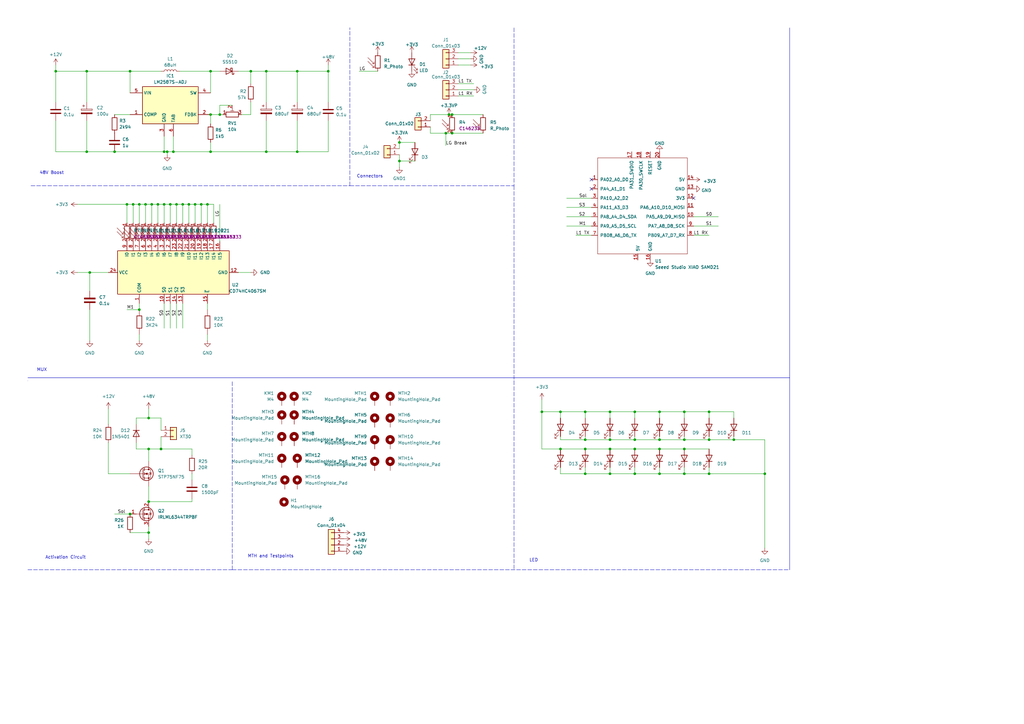
<source format=kicad_sch>
(kicad_sch (version 20230121) (generator eeschema)
  (paper "A3")
  (title_block (title "Layer 1") (date "2023-04-21") (rev "1") (company "Sentinels Robotics"))
  (junction (at 22.86 29.21))
  (junction (at 53.34 29.21))
  (junction (at 250.19 180.34))
  (junction (at 280.67 194.31))
  (junction (at 60.96 184.15))
  (junction (at 109.22 29.21))
  (junction (at 270.51 194.31))
  (junction (at 290.83 180.34))
  (junction (at 280.67 168.91))
  (junction (at 185.42 46.99))
  (junction (at 280.67 180.34))
  (junction (at 240.03 168.91))
  (junction (at 66.04 184.15))
  (junction (at 163.83 58.42))
  (junction (at 46.99 62.23))
  (junction (at 60.96 218.44))
  (junction (at 59.69 83.82))
  (junction (at 71.12 62.23))
  (junction (at 82.55 83.82))
  (junction (at 77.47 83.82))
  (junction (at 62.23 83.82))
  (junction (at 260.35 180.34))
  (junction (at 109.22 62.23))
  (junction (at 270.51 168.91))
  (junction (at 60.96 171.45))
  (junction (at 35.56 29.21))
  (junction (at 185.42 54.61))
  (junction (at 86.36 29.21))
  (junction (at 182.88 54.61))
  (junction (at 240.03 194.31))
  (junction (at 229.87 184.15))
  (junction (at 134.62 29.21))
  (junction (at 290.83 194.31))
  (junction (at 60.96 205.74))
  (junction (at 102.87 29.21))
  (junction (at 80.01 83.82))
  (junction (at 250.19 184.15))
  (junction (at 240.03 180.34))
  (junction (at 313.69 194.31))
  (junction (at 260.35 184.15))
  (junction (at 53.34 210.82))
  (junction (at 250.19 194.31))
  (junction (at 121.92 62.23))
  (junction (at 67.31 62.23))
  (junction (at 163.83 66.04))
  (junction (at 68.58 62.23))
  (junction (at 52.07 83.82))
  (junction (at 57.15 83.82))
  (junction (at 260.35 194.31))
  (junction (at 270.51 180.34))
  (junction (at 121.92 29.21))
  (junction (at 90.17 46.99))
  (junction (at 86.36 46.99))
  (junction (at 300.99 180.34))
  (junction (at 280.67 184.15))
  (junction (at 69.85 83.82))
  (junction (at 35.56 62.23))
  (junction (at 270.51 184.15))
  (junction (at 290.83 168.91))
  (junction (at 240.03 184.15))
  (junction (at 85.09 83.82))
  (junction (at 36.83 111.76))
  (junction (at 74.93 83.82))
  (junction (at 64.77 83.82))
  (junction (at 260.35 168.91))
  (junction (at 86.36 62.23))
  (junction (at 57.15 127))
  (junction (at 72.39 83.82))
  (junction (at 184.15 46.99))
  (junction (at 54.61 83.82))
  (junction (at 222.25 168.91))
  (junction (at 67.31 83.82))
  (junction (at 229.87 168.91))
  (junction (at 250.19 168.91))
  (no_connect (at 242.57 73.66))
  (no_connect (at 284.48 81.28))
  (no_connect (at 242.57 77.47))
  (wire (pts (xy 74.93 83.82) (xy 74.93 91.44)))
  (wire (pts (xy 53.34 29.21) (xy 66.04 29.21)))
  (wire (pts (xy 240.03 171.45) (xy 240.03 168.91)))
  (wire (pts (xy 85.09 83.82) (xy 85.09 91.44)))
  (wire (pts (xy 121.92 62.23) (xy 134.62 62.23)))
  (wire (pts (xy 242.57 92.71) (xy 232.41 92.71)))
  (wire (pts (xy 53.34 29.21) (xy 35.56 29.21)))
  (wire (pts (xy 67.31 83.82) (xy 67.31 91.44)))
  (wire (pts (xy 250.19 180.34) (xy 260.35 180.34)))
  (wire (pts (xy 74.93 83.82) (xy 77.47 83.82)))
  (wire (pts (xy 313.69 180.34) (xy 313.69 194.31)))
  (wire (pts (xy 222.25 184.15) (xy 229.87 184.15)))
  (wire (pts (xy 270.51 191.77) (xy 270.51 194.31)))
  (polyline (pts (xy 143.51 11.43) (xy 143.51 11.43)))
  (wire (pts (xy 102.87 46.99) (xy 99.06 46.99)))
  (wire (pts (xy 67.31 62.23) (xy 46.99 62.23)))
  (wire (pts (xy 250.19 179.07) (xy 250.19 180.34)))
  (wire (pts (xy 193.04 21.59) (xy 187.96 21.59)))
  (wire (pts (xy 36.83 111.76) (xy 44.45 111.76)))
  (wire (pts (xy 260.35 179.07) (xy 260.35 180.34)))
  (wire (pts (xy 67.31 55.88) (xy 67.31 62.23)))
  (wire (pts (xy 280.67 168.91) (xy 270.51 168.91)))
  (wire (pts (xy 242.57 88.9) (xy 232.41 88.9)))
  (wire (pts (xy 290.83 179.07) (xy 290.83 180.34)))
  (wire (pts (xy 270.51 168.91) (xy 260.35 168.91)))
  (wire (pts (xy 67.31 124.46) (xy 67.31 134.62)))
  (wire (pts (xy 85.09 137.16) (xy 85.09 139.7)))
  (wire (pts (xy 86.36 46.99) (xy 86.36 50.8)))
  (wire (pts (xy 109.22 62.23) (xy 121.92 62.23)))
  (wire (pts (xy 36.83 111.76) (xy 36.83 119.38)))
  (wire (pts (xy 229.87 191.77) (xy 229.87 194.31)))
  (wire (pts (xy 134.62 29.21) (xy 134.62 41.91)))
  (wire (pts (xy 97.79 29.21) (xy 102.87 29.21)))
  (wire (pts (xy 290.83 194.31) (xy 313.69 194.31)))
  (wire (pts (xy 44.45 167.64) (xy 44.45 173.99)))
  (wire (pts (xy 69.85 124.46) (xy 69.85 134.62)))
  (wire (pts (xy 80.01 83.82) (xy 82.55 83.82)))
  (wire (pts (xy 60.96 199.39) (xy 60.96 205.74)))
  (wire (pts (xy 280.67 194.31) (xy 290.83 194.31)))
  (wire (pts (xy 53.34 46.99) (xy 46.99 46.99)))
  (wire (pts (xy 71.12 62.23) (xy 86.36 62.23)))
  (wire (pts (xy 240.03 191.77) (xy 240.03 194.31)))
  (polyline (pts (xy 95.25 233.68) (xy 95.25 156.21)) (stroke (width 0) (type dash)))
  (wire (pts (xy 59.69 83.82) (xy 62.23 83.82)))
  (wire (pts (xy 222.25 168.91) (xy 222.25 184.15)))
  (wire (pts (xy 280.67 191.77) (xy 280.67 194.31)))
  (wire (pts (xy 22.86 62.23) (xy 35.56 62.23)))
  (wire (pts (xy 102.87 29.21) (xy 109.22 29.21)))
  (wire (pts (xy 46.99 62.23) (xy 35.56 62.23)))
  (wire (pts (xy 64.77 83.82) (xy 64.77 91.44)))
  (wire (pts (xy 87.63 83.82) (xy 87.63 91.44)))
  (wire (pts (xy 55.88 184.15) (xy 55.88 181.61)))
  (wire (pts (xy 184.15 46.99) (xy 185.42 46.99)))
  (wire (pts (xy 182.88 54.61) (xy 185.42 54.61)))
  (wire (pts (xy 90.17 43.18) (xy 90.17 46.99)))
  (wire (pts (xy 176.53 46.99) (xy 184.15 46.99)))
  (wire (pts (xy 66.04 179.07) (xy 66.04 184.15)))
  (wire (pts (xy 57.15 83.82) (xy 57.15 91.44)))
  (wire (pts (xy 242.57 81.28) (xy 232.41 81.28)))
  (wire (pts (xy 163.83 58.42) (xy 163.83 60.96)))
  (wire (pts (xy 71.12 62.23) (xy 68.58 62.23)))
  (wire (pts (xy 72.39 83.82) (xy 72.39 91.44)))
  (wire (pts (xy 187.96 34.29) (xy 194.31 34.29)))
  (wire (pts (xy 66.04 184.15) (xy 78.74 184.15)))
  (wire (pts (xy 82.55 83.82) (xy 85.09 83.82)))
  (polyline (pts (xy 210.82 233.68) (xy 210.82 233.68)))
  (wire (pts (xy 60.96 218.44) (xy 60.96 215.9)))
  (wire (pts (xy 109.22 29.21) (xy 109.22 41.91)))
  (wire (pts (xy 294.64 88.9) (xy 284.48 88.9)))
  (wire (pts (xy 62.23 83.82) (xy 64.77 83.82)))
  (wire (pts (xy 222.25 168.91) (xy 229.87 168.91)))
  (wire (pts (xy 54.61 83.82) (xy 54.61 91.44)))
  (wire (pts (xy 60.96 184.15) (xy 55.88 184.15)))
  (wire (pts (xy 78.74 184.15) (xy 78.74 186.69)))
  (wire (pts (xy 240.03 168.91) (xy 229.87 168.91)))
  (wire (pts (xy 53.34 38.1) (xy 53.34 29.21)))
  (wire (pts (xy 57.15 137.16) (xy 57.15 139.7)))
  (wire (pts (xy 86.36 62.23) (xy 109.22 62.23)))
  (wire (pts (xy 44.45 194.31) (xy 44.45 181.61)))
  (wire (pts (xy 44.45 194.31) (xy 53.34 194.31)))
  (wire (pts (xy 300.99 179.07) (xy 300.99 180.34)))
  (wire (pts (xy 36.83 127) (xy 36.83 139.7)))
  (wire (pts (xy 60.96 218.44) (xy 60.96 220.98)))
  (polyline (pts (xy 143.51 76.2) (xy 210.82 76.2)) (stroke (width 0) (type dash)))
  (wire (pts (xy 69.85 83.82) (xy 72.39 83.82)))
  (wire (pts (xy 121.92 29.21) (xy 121.92 41.91)))
  (wire (pts (xy 97.79 111.76) (xy 102.87 111.76)))
  (wire (pts (xy 284.48 96.52) (xy 290.83 96.52)))
  (wire (pts (xy 182.88 54.61) (xy 182.88 59.69)))
  (wire (pts (xy 60.96 167.64) (xy 60.96 171.45)))
  (wire (pts (xy 250.19 191.77) (xy 250.19 194.31)))
  (wire (pts (xy 270.51 184.15) (xy 280.67 184.15)))
  (wire (pts (xy 60.96 171.45) (xy 66.04 171.45)))
  (wire (pts (xy 240.03 179.07) (xy 240.03 180.34)))
  (wire (pts (xy 270.51 171.45) (xy 270.51 168.91)))
  (wire (pts (xy 46.99 210.82) (xy 53.34 210.82)))
  (wire (pts (xy 187.96 36.83) (xy 194.31 36.83)))
  (wire (pts (xy 134.62 29.21) (xy 134.62 26.67)))
  (wire (pts (xy 300.99 180.34) (xy 313.69 180.34)))
  (wire (pts (xy 69.85 83.82) (xy 69.85 91.44)))
  (wire (pts (xy 57.15 83.82) (xy 59.69 83.82)))
  (wire (pts (xy 64.77 83.82) (xy 67.31 83.82)))
  (wire (pts (xy 229.87 184.15) (xy 240.03 184.15)))
  (wire (pts (xy 55.88 171.45) (xy 55.88 173.99)))
  (wire (pts (xy 86.36 46.99) (xy 90.17 46.99)))
  (wire (pts (xy 95.25 43.18) (xy 90.17 43.18)))
  (wire (pts (xy 260.35 180.34) (xy 270.51 180.34)))
  (wire (pts (xy 35.56 29.21) (xy 35.56 41.91)))
  (wire (pts (xy 250.19 184.15) (xy 260.35 184.15)))
  (wire (pts (xy 77.47 83.82) (xy 80.01 83.82)))
  (wire (pts (xy 187.96 39.37) (xy 194.31 39.37)))
  (polyline (pts (xy 143.51 76.2) (xy 143.51 11.43)) (stroke (width 0) (type dash)))
  (wire (pts (xy 82.55 83.82) (xy 82.55 91.44)))
  (wire (pts (xy 22.86 26.67) (xy 22.86 29.21)))
  (wire (pts (xy 260.35 194.31) (xy 270.51 194.31)))
  (wire (pts (xy 300.99 171.45) (xy 300.99 168.91)))
  (wire (pts (xy 54.61 83.82) (xy 52.07 83.82)))
  (wire (pts (xy 176.53 54.61) (xy 182.88 54.61)))
  (wire (pts (xy 229.87 179.07) (xy 229.87 180.34)))
  (wire (pts (xy 260.35 191.77) (xy 260.35 194.31)))
  (wire (pts (xy 74.93 124.46) (xy 74.93 134.62)))
  (wire (pts (xy 73.66 29.21) (xy 86.36 29.21)))
  (wire (pts (xy 229.87 194.31) (xy 240.03 194.31)))
  (wire (pts (xy 134.62 62.23) (xy 134.62 49.53)))
  (polyline (pts (xy 210.82 156.21) (xy 210.82 156.21)))
  (wire (pts (xy 242.57 85.09) (xy 232.41 85.09)))
  (polyline (pts (xy 11.43 156.21) (xy 11.43 156.21)))
  (wire (pts (xy 290.83 171.45) (xy 290.83 168.91)))
  (wire (pts (xy 121.92 49.53) (xy 121.92 62.23)))
  (wire (pts (xy 280.67 179.07) (xy 280.67 180.34)))
  (wire (pts (xy 185.42 54.61) (xy 198.12 54.61)))
  (wire (pts (xy 71.12 55.88) (xy 71.12 62.23)))
  (wire (pts (xy 185.42 46.99) (xy 198.12 46.99)))
  (wire (pts (xy 176.53 54.61) (xy 176.53 52.07)))
  (wire (pts (xy 240.03 194.31) (xy 250.19 194.31)))
  (polyline (pts (xy 323.85 11.43) (xy 323.85 154.94)))
  (wire (pts (xy 109.22 29.21) (xy 121.92 29.21)))
  (wire (pts (xy 85.09 83.82) (xy 87.63 83.82)))
  (wire (pts (xy 270.51 180.34) (xy 280.67 180.34)))
  (wire (pts (xy 86.36 58.42) (xy 86.36 62.23)))
  (polyline (pts (xy 323.85 154.94) (xy 323.85 233.68)))
  (wire (pts (xy 229.87 180.34) (xy 240.03 180.34)))
  (polyline (pts (xy 210.82 11.43) (xy 210.82 76.2)) (stroke (width 0) (type dash)))
  (wire (pts (xy 31.75 111.76) (xy 36.83 111.76)))
  (wire (pts (xy 102.87 41.91) (xy 102.87 46.99)))
  (wire (pts (xy 52.07 83.82) (xy 52.07 91.44)))
  (wire (pts (xy 60.96 184.15) (xy 60.96 189.23)))
  (wire (pts (xy 22.86 29.21) (xy 22.86 41.91)))
  (polyline (pts (xy 210.82 156.21) (xy 210.82 233.68)) (stroke (width 0) (type dash)))
  (wire (pts (xy 260.35 168.91) (xy 250.19 168.91)))
  (wire (pts (xy 147.32 29.21) (xy 154.94 29.21)))
  (wire (pts (xy 240.03 184.15) (xy 250.19 184.15)))
  (wire (pts (xy 300.99 168.91) (xy 290.83 168.91)))
  (wire (pts (xy 313.69 194.31) (xy 313.69 224.79)))
  (wire (pts (xy 250.19 168.91) (xy 240.03 168.91)))
  (wire (pts (xy 290.83 191.77) (xy 290.83 194.31)))
  (wire (pts (xy 91.44 46.99) (xy 90.17 46.99)))
  (wire (pts (xy 250.19 171.45) (xy 250.19 168.91)))
  (wire (pts (xy 52.07 83.82) (xy 31.75 83.82)))
  (wire (pts (xy 294.64 92.71) (xy 284.48 92.71)))
  (wire (pts (xy 187.96 24.13) (xy 193.04 24.13)))
  (wire (pts (xy 163.83 63.5) (xy 163.83 66.04)))
  (wire (pts (xy 86.36 29.21) (xy 90.17 29.21)))
  (wire (pts (xy 290.83 168.91) (xy 280.67 168.91)))
  (polyline (pts (xy 323.85 154.94) (xy 323.85 154.94)))
  (wire (pts (xy 66.04 176.53) (xy 66.04 171.45)))
  (wire (pts (xy 280.67 180.34) (xy 290.83 180.34)))
  (wire (pts (xy 35.56 62.23) (xy 35.56 49.53)))
  (wire (pts (xy 57.15 124.46) (xy 57.15 127)))
  (wire (pts (xy 280.67 171.45) (xy 280.67 168.91)))
  (wire (pts (xy 260.35 171.45) (xy 260.35 168.91)))
  (wire (pts (xy 236.22 96.52) (xy 242.57 96.52)))
  (wire (pts (xy 250.19 194.31) (xy 260.35 194.31)))
  (wire (pts (xy 60.96 205.74) (xy 78.74 205.74)))
  (wire (pts (xy 102.87 29.21) (xy 102.87 34.29)))
  (wire (pts (xy 86.36 29.21) (xy 86.36 38.1)))
  (wire (pts (xy 270.51 179.07) (xy 270.51 180.34)))
  (wire (pts (xy 229.87 171.45) (xy 229.87 168.91)))
  (wire (pts (xy 85.09 124.46) (xy 85.09 127)))
  (wire (pts (xy 260.35 184.15) (xy 270.51 184.15)))
  (polyline (pts (xy 210.82 76.2) (xy 210.82 156.21)) (stroke (width 0) (type dash)))
  (wire (pts (xy 163.83 66.04) (xy 163.83 68.58)))
  (wire (pts (xy 60.96 184.15) (xy 66.04 184.15)))
  (wire (pts (xy 68.58 63.5) (xy 68.58 62.23)))
  (wire (pts (xy 270.51 194.31) (xy 280.67 194.31)))
  (wire (pts (xy 54.61 83.82) (xy 57.15 83.82)))
  (polyline (pts (xy 11.43 233.68) (xy 95.25 233.68)) (stroke (width 0) (type dash)))
  (wire (pts (xy 22.86 29.21) (xy 35.56 29.21)))
  (wire (pts (xy 280.67 184.15) (xy 290.83 184.15)))
  (wire (pts (xy 240.03 180.34) (xy 250.19 180.34)))
  (wire (pts (xy 163.83 58.42) (xy 170.18 58.42)))
  (polyline (pts (xy 95.25 233.68) (xy 323.85 233.68)) (stroke (width 0) (type dash)))
  (wire (pts (xy 52.07 127) (xy 57.15 127)))
  (wire (pts (xy 77.47 83.82) (xy 77.47 91.44)))
  (wire (pts (xy 193.04 26.67) (xy 187.96 26.67)))
  (wire (pts (xy 121.92 29.21) (xy 134.62 29.21)))
  (wire (pts (xy 109.22 49.53) (xy 109.22 62.23)))
  (wire (pts (xy 222.25 163.83) (xy 222.25 168.91)))
  (wire (pts (xy 62.23 83.82) (xy 62.23 91.44)))
  (wire (pts (xy 80.01 83.82) (xy 80.01 91.44)))
  (wire (pts (xy 67.31 83.82) (xy 69.85 83.82)))
  (wire (pts (xy 22.86 49.53) (xy 22.86 62.23)))
  (polyline (pts (xy 11.43 154.94) (xy 323.85 154.94)))
  (wire (pts (xy 72.39 124.46) (xy 72.39 134.62)))
  (wire (pts (xy 78.74 194.31) (xy 78.74 196.85)))
  (wire (pts (xy 176.53 46.99) (xy 176.53 49.53)))
  (wire (pts (xy 59.69 83.82) (xy 59.69 91.44)))
  (wire (pts (xy 53.34 218.44) (xy 60.96 218.44)))
  (polyline (pts (xy 12.7 76.2) (xy 143.51 76.2)) (stroke (width 0) (type dash)))
  (wire (pts (xy 68.58 62.23) (xy 67.31 62.23)))
  (wire (pts (xy 72.39 83.82) (xy 74.93 83.82)))
  (wire (pts (xy 290.83 180.34) (xy 300.99 180.34)))
  (wire (pts (xy 90.17 83.82) (xy 90.17 99.06)))
  (wire (pts (xy 55.88 171.45) (xy 60.96 171.45)))
  (wire (pts (xy 170.18 66.04) (xy 163.83 66.04)))
  (wire (pts (xy 78.74 204.47) (xy 78.74 205.74)))
  (text "LED" (at 217.0565 230.5778 0) (effects (font (size 1.27 1.27)) (justify left bottom)))
  (text "48V Boost" (at 16.2222 71.6906 0) (effects (font (size 1.27 1.27)) (justify left bottom)))
  (text "MUX" (at 15.1077 152.4973 0) (effects (font (size 1.27 1.27)) (justify left bottom)))
  (text "Connectors" (at 146.3133 73.1086 0) (effects (font (size 1.27 1.27)) (justify left bottom)))
  (text "MTH and Testpoints" (at 101.5503 228.922 0) (effects (font (size 1.27 1.27)) (justify left bottom)))
  (text "Activation Circuit" (at 18.564 229.4364 0) (effects (font (size 1.27 1.27)) (justify left bottom)))
  (label "Sol" (at 237.49 81.28 0))
  (label "M1" (at 237.49 92.71 0))
  (label "LG" (at 90.17 86.36 270))
  (label "M1" (at 52.07 127 0))
  (label "S1" (at 292.1 92.71 180))
  (label "L1 TX" (at 187.96 34.29 0))
  (label "S1" (at 69.85 127 270))
  (label "S3" (at 74.93 127 270))
  (label "S2" (at 72.39 127 270))
  (label "L1 TX" (at 236.22 96.52 0))
  (label "S0" (at 67.31 127 270))
  (label "S2" (at 240.03 88.9 180))
  (label "S3" (at 240.03 85.09 180))
  (label "S0" (at 292.1 88.9 180))
  (label "Sol" (at 48.26 210.82 0))
  (label "L1 RX" (at 284.48 96.52 0))
  (label "LG" (at 147.32 29.21 0))
  (label "L1 RX" (at 187.96 39.37 0))
  (label "LG Break" (at 182.88 59.69 0))
  (symbol (lib_id "Mechanical:MountingHole_Pad") (at 115.57 180.34 0) (mirror y) (unit 1)
    (property "Reference" "MTH7" (at 112.395 177.7999 0) (effects (justify left)))
    (property "Value" "MountingHole_Pad" (at 112.395 180.3399 0) (effects (justify left)))
    (property "Footprint" "MountingHole:MountingHole_3.2mm_M3_Pad_Via" (effects hide))
  )
  (symbol (lib_id "power:GND") (at 60.96 220.98 0) (unit 1)
    (property "Reference" "#PWR028" (effects hide))
    (property "Value" "GND" (at 60.96 226.06 0))
  )
  (symbol (lib_id "Device:C") (at 46.99 58.42 0) (unit 1)
    (property "Reference" "C6" (at 50.165 57.1499 0) (effects (justify left)))
    (property "Value" "1u" (at 50.165 59.6899 0) (effects (justify left)))
    (property "Footprint" "2024l1:cap0603" (effects hide))
    (property "LCSC" "C59782" (effects hide))
  )
  (symbol (lib_id "power:+12V") (at 140.97 223.52 270) (unit 1)
    (property "Reference" "#PWR030" (effects hide))
    (property "Value" "+12V" (at 144.9628 224.155 90) (effects (justify left)))
  )
  (symbol (lib_id "Diode:1N5401") (at 55.88 177.8 90) (mirror x) (unit 1)
    (property "Reference" "D12" (at 53.34 176.53 90) (effects (justify left)))
    (property "Value" "1N5401" (at 53.34 179.07 90) (effects (justify left)))
    (property "Footprint" "Diode_THT:D_DO-201AD_P15.24mm_Horizontal" (effects hide))
    (property "Datasheet" "http://www.vishay.com/docs/88516/1n5400.pdf" (effects hide))
    (property "LCSC" "C179506" (effects hide))
    (property "Sim.Device" "D" (effects hide))
    (property "Sim.Pins" "1=K 2=A" (effects hide))
  )
  (symbol (lib_id "power:+48V") (at 140.97 220.98 270) (unit 1)
    (property "Reference" "#PWR029" (effects hide))
    (property "Value" "+48V" (at 145.2854 221.615 90) (effects (justify left)))
  )
  (symbol (lib_id "Device:R") (at 102.87 38.1 0) (mirror y) (unit 1)
    (property "Reference" "R2" (at 101.092 37.465 0) (effects (justify left)))
    (property "Value" "57k" (at 101.092 40.005 0) (effects (justify left)))
    (property "Footprint" "2024l1:res0603" (effects hide))
    (property "LCSC" "C23082" (effects hide))
  )
  (symbol (lib_id "Connector_Generic:Conn_01x02") (at 158.75 63.5 180) (unit 1)
    (property "Reference" "J4" (at 149.8672 60.2114 0))
    (property "Value" "Conn_01x02" (at 149.8672 62.7514 0))
    (property "Footprint" "Connector_PinHeader_2.54mm:PinHeader_1x02_P2.54mm_Horizontal" (effects hide))
    (property "LCSC" "C492410" (effects hide))
  )
  (symbol (lib_id "Device:R") (at 46.99 50.8 0) (unit 1)
    (property "Reference" "R3" (at 48.895 49.5299 0) (effects (justify left)))
    (property "Value" "2k94" (at 48.895 52.0699 0) (effects (justify left)))
    (property "Footprint" "2024l1:res0603" (effects hide))
    (property "LCSC" "C22909" (effects hide))
  )
  (symbol (lib_id "Mechanical:MountingHole") (at 116.5004 205.8855 0) (unit 1)
    (property "Reference" "H1" (at 119.1305 205.2505 0) (effects (justify left)))
    (property "Value" "MountingHole" (at 119.1305 207.7905 0) (effects (justify left)))
    (property "Footprint" "2024l1:SEN Logo Mini" (effects hide))
  )
  (symbol (lib_id "Device (Modified):Xinglight_LED") (at 229.87 175.26 90) (unit 1)
    (property "Reference" "D4" (at 233.1585 177.4825 90) (effects (justify right)))
    (property "Value" "Xinglight_LED" (effects hide))
    (property "Footprint" "2024l1:C2843867" (effects hide))
    (property "Datasheet" "https://datasheet.lcsc.com/lcsc/2211021800_XINGLIGHT-XL-5050UWC_C2843867.pdf" (effects hide))
    (property "LCSC" "C2843867" (effects hide))
  )
  (symbol (lib_id "Connector_Generic:Conn_01x03") (at 182.88 36.83 180) (unit 1)
    (property "Reference" "J2" (at 182.797 29.7229 0))
    (property "Value" "Conn_01x03" (at 182.88 31.5123 0))
    (property "Footprint" "Connector_JST:JST_XH_B3B-XH-A_1x03_P2.50mm_Vertical" (effects hide))
    (property "LCSC" "C144394" (effects hide))
  )
  (symbol (lib_id "Mechanical:MountingHole_Pad") (at 120.65 163.83 0) (unit 1)
    (property "Reference" "KM2" (at 123.825 161.2899 0) (effects (justify left)))
    (property "Value" "M4" (at 123.825 163.8299 0) (effects (justify left)))
    (property "Footprint" "MountingHole:MountingHole_4.3mm_M4_Pad_Via" (effects hide))
  )
  (symbol (lib_id "Device:R") (at 78.74 190.5 0) (mirror y) (unit 1)
    (property "Reference" "R25" (at 81.28 189.23 0) (effects (justify right)))
    (property "Value" "20R" (at 81.28 191.77 0) (effects (justify right)))
    (property "Footprint" "2024l1:res0603" (effects hide))
    (property "LCSC" "C22950" (effects hide))
  )
  (symbol (lib_id "Device (Modified):Xinglight_LED") (at 270.51 175.26 90) (unit 1)
    (property "Reference" "D8" (at 273.7985 177.4825 90) (effects (justify right)))
    (property "Value" "Xinglight_LED" (effects hide))
    (property "Footprint" "2024l1:C2843867" (effects hide))
    (property "Datasheet" "https://datasheet.lcsc.com/lcsc/2211021800_XINGLIGHT-XL-5050UWC_C2843867.pdf" (effects hide))
    (property "LCSC" "C2843867" (effects hide))
  )
  (symbol (lib_id "power:+3V3") (at 140.97 218.44 270) (unit 1)
    (property "Reference" "#PWR027" (effects hide))
    (property "Value" "+3V3" (at 144.5709 219.075 90) (effects (justify left)))
  )
  (symbol (lib_id "power:+3V3") (at 154.94 21.59 0) (unit 1)
    (property "Reference" "#PWR01" (effects hide))
    (property "Value" "+3V3" (at 154.94 18.034 0))
  )
  (symbol (lib_id "Device (Modified):Xinglight_LED") (at 260.35 187.96 90) (unit 1)
    (property "Reference" "D16" (at 263.6385 190.1825 90) (effects (justify right)))
    (property "Value" "Xinglight_LED" (effects hide))
    (property "Footprint" "2024l1:C2843867" (effects hide))
    (property "Datasheet" "https://datasheet.lcsc.com/lcsc/2211021800_XINGLIGHT-XL-5050UWC_C2843867.pdf" (effects hide))
    (property "LCSC" "C2843867" (effects hide))
  )
  (symbol (lib_id "Device (Modified):Xinglight_LED") (at 300.99 175.26 90) (unit 1)
    (property "Reference" "D11" (at 304.2785 177.4825 90) (effects (justify right)))
    (property "Value" "Xinglight_LED" (effects hide))
    (property "Footprint" "2024l1:C2843867" (effects hide))
    (property "Datasheet" "https://datasheet.lcsc.com/lcsc/2211021800_XINGLIGHT-XL-5050UWC_C2843867.pdf" (effects hide))
    (property "LCSC" "C2843867" (effects hide))
  )
  (symbol (lib_id "power:GND") (at 270.51 62.23 180) (unit 1)
    (property "Reference" "#PWR012" (effects hide))
    (property "Value" "GND" (at 270.51 58.7858 0))
  )
  (symbol (lib_id "power:+3.3VA") (at 163.83 58.42 0) (unit 1)
    (property "Reference" "#PWR011" (effects hide))
    (property "Value" "+3.3VA" (at 163.83 54.445 0))
  )
  (symbol (lib_id "Device:C_Polarized") (at 109.22 45.72 0) (unit 1)
    (property "Reference" "C3" (at 112.6726 44.196 0) (effects (justify left)))
    (property "Value" "680uF" (at 112.6726 46.736 0) (effects (justify left)))
    (property "Footprint" "2024l1:CP_Radial_D16.0mm_P7.50mm" (effects hide))
    (property "LCSC" "C1669545" (effects hide))
  )
  (symbol (lib_id "Device (Modified):Xinglight_LED") (at 270.51 187.96 90) (unit 1)
    (property "Reference" "D17" (at 273.7985 190.1825 90) (effects (justify right)))
    (property "Value" "Xinglight_LED" (effects hide))
    (property "Footprint" "2024l1:C2843867" (effects hide))
    (property "Datasheet" "https://datasheet.lcsc.com/lcsc/2211021800_XINGLIGHT-XL-5050UWC_C2843867.pdf" (effects hide))
    (property "LCSC" "C2843867" (effects hide))
  )
  (symbol (lib_id "power:GND") (at 193.04 24.13 90) (mirror x) (unit 1)
    (property "Reference" "#PWR04" (effects hide))
    (property "Value" "GND" (at 197.485 22.225 0) (effects (justify left)))
  )
  (symbol (lib_id "power:GND") (at 140.97 226.06 90) (unit 1)
    (property "Reference" "#PWR032" (effects hide))
    (property "Value" "GND" (at 144.575 226.695 90) (effects (justify right)))
  )
  (symbol (lib_id "Mechanical:MountingHole_Pad") (at 121.92 189.23 0) (unit 1)
    (property "Reference" "MTH12" (at 125.095 186.6899 0) (effects (justify left)))
    (property "Value" "MountingHole_Pad" (at 125.095 189.2299 0) (effects (justify left)))
    (property "Footprint" "MountingHole:MountingHole_3.2mm_M3_Pad_Via" (effects hide))
  )
  (symbol (lib_id "Device:C") (at 22.86 45.72 0) (unit 1)
    (property "Reference" "C1" (at 26.035 44.4499 0) (effects (justify left)))
    (property "Value" "0.1u" (at 26.035 46.9899 0) (effects (justify left)))
    (property "Footprint" "2024l1:cap0603" (effects hide))
    (property "LCSC" "C5128349" (effects hide))
  )
  (symbol (lib_id "Device:R") (at 44.45 177.8 0) (unit 1)
    (property "Reference" "R24" (at 41.91 176.5299 0) (effects (justify right)))
    (property "Value" "10K" (at 41.91 179.0699 0) (effects (justify right)))
    (property "Footprint" "2024l1:res0603" (effects hide))
    (property "LCSC" "C25804" (effects hide))
  )
  (symbol (lib_id "power:GND") (at 168.91 29.21 0) (unit 1)
    (property "Reference" "#PWR08" (effects hide))
    (property "Value" "GND" (at 168.91 34.798 0))
  )
  (symbol (lib_id "power:+3.3VP") (at 184.15 46.99 0) (unit 1)
    (property "Reference" "#PWR010" (effects hide))
    (property "Value" "+3.3VP" (at 184.15 43.2895 0))
  )
  (symbol (lib_id "power:GND") (at 266.7 106.68 0) (unit 1)
    (property "Reference" "#PWR018" (effects hide))
    (property "Value" "GND" (at 266.7 112.1268 0))
  )
  (symbol (lib_id "vincent:IRLML6344TRPBF") (at 53.34 205.74 0) (unit 1)
    (property "Reference" "Q2" (at 64.77 209.5499 0) (effects (justify left)))
    (property "Value" "IRLML6344TRPBF" (at 64.77 212.0899 0) (effects (justify left)))
    (property "Footprint" "SOT95P237X112-3N" (effects hide))
    (property "Datasheet" "https://www.infineon.com/dgdl/irlml6344pbf.pdf?fileId=5546d462533600a4015356689c44262c" (effects hide))
    (property "Height" "1.12" (effects hide))
    (property "Mouser Part Number" "942-IRLML6344TRPBF" (effects hide))
    (property "Mouser Price/Stock" "https://www.mouser.co.uk/ProductDetail/Infineon-Technologies/IRLML6344TRPBF?qs=9%252BKlkBgLFf2w4qS48UOXVw%3D%3D" (effects hide))
    (property "Manufacturer_Name" "Infineon" (effects hide))
    (property "Manufacturer_Part_Number" "IRLML6344TRPBF" (effects hide))
  )
  (symbol (lib_id "power:GND") (at 85.09 139.7 0) (unit 1)
    (property "Reference" "#PWR023" (effects hide))
    (property "Value" "GND" (at 85.09 144.78 0))
  )
  (symbol (lib_id "Device (Modified):Xinglight_LED") (at 170.18 62.23 90) (unit 1)
    (property "Reference" "D3" (at 172.8182 64.4525 90) (effects (justify right)))
    (property "Value" "Xinglight_LED" (effects hide))
    (property "Footprint" "2024l1:C2843867" (effects hide))
    (property "Datasheet" "https://datasheet.lcsc.com/lcsc/2211021800_XINGLIGHT-XL-5050UWC_C2843867.pdf" (effects hide))
    (property "LCSC" "C2843867" (effects hide))
  )
  (symbol (lib_id "power:GND") (at 102.87 111.76 90) (unit 1)
    (property "Reference" "#PWR020" (effects hide))
    (property "Value" "GND" (at 106.68 111.7599 90) (effects (justify right)))
  )
  (symbol (lib_id "power:+3V3") (at 31.75 111.76 90) (unit 1)
    (property "Reference" "#PWR019" (effects hide))
    (property "Value" "+3V3" (at 27.94 111.7599 90) (effects (justify left)))
  )
  (symbol (lib_id "Mechanical:MountingHole_Pad") (at 160.02 190.5 0) (unit 1)
    (property "Reference" "MTH14" (at 163.195 187.9599 0) (effects (justify left)))
    (property "Value" "MountingHole_Pad" (at 163.195 190.4999 0) (effects (justify left)))
    (property "Footprint" "MountingHole:MountingHole_3.2mm_M3_Pad_Via" (effects hide))
  )
  (symbol (lib_id "power:+3V3") (at 284.48 73.66 270) (unit 1)
    (property "Reference" "#PWR015" (effects hide))
    (property "Value" "+3V3" (at 288.366 74.295 90) (effects (justify left)))
  )
  (symbol (lib_id "Mechanical:MountingHole_Pad") (at 120.65 171.45 0) (unit 1)
    (property "Reference" "MTH4" (at 123.825 168.9099 0) (effects (justify left)))
    (property "Value" "MountingHole_Pad" (at 123.825 171.4499 0) (effects (justify left)))
    (property "Footprint" "MountingHole:MountingHole_3.2mm_M3_Pad_Via" (effects hide))
  )
  (symbol (lib_id "Connector_Generic:Conn_01x02") (at 171.45 52.07 180) (unit 1)
    (property "Reference" "J3" (at 171.4808 46.9529 0))
    (property "Value" "Conn_01x02" (at 163.8435 50.6979 0))
    (property "Footprint" "Connector_PinHeader_2.54mm:PinHeader_1x02_P2.54mm_Horizontal" (effects hide))
    (property "LCSC" "C492410" (effects hide))
  )
  (symbol (lib_id "Device (Modified):ALS-PT19") (at 82.55 95.25 0) (unit 1)
    (property "Reference" "R19" (at 85.2795 94.615 0) (effects (justify left)))
    (property "Value" "C146233" (effects hide))
    (property "Footprint" "2024l1:C146233" (effects hide))
    (property "Datasheet" "https://datasheet.lcsc.com/lcsc/1806131537_Everlight-Elec-ALS-PT19-315C-L177-TR8_C146233.pdf" (effects hide))
    (property "LCSC" "C146233" (at 85.2795 97.155 0) (effects (justify left)))
  )
  (symbol (lib_id "Mechanical:MountingHole_Pad") (at 153.67 190.5 0) (mirror y) (unit 1)
    (property "Reference" "MTH13" (at 150.495 187.9599 0) (effects (justify left)))
    (property "Value" "MountingHole_Pad" (at 150.495 190.4999 0) (effects (justify left)))
    (property "Footprint" "MountingHole:MountingHole_3.2mm_M3_Pad_Via" (effects hide))
  )
  (symbol (lib_id "power:GND") (at 68.58 63.5 0) (unit 1)
    (property "Reference" "#PWR013" (effects hide))
    (property "Value" "GND" (at 68.58 69.088 0))
  )
  (symbol (lib_id "power:+12V") (at 193.04 21.59 270) (unit 1)
    (property "Reference" "#PWR03" (effects hide))
    (property "Value" "+12V" (at 194.3364 19.7457 90) (effects (justify left)))
  )
  (symbol (lib_id "Device (Modified):ALS-PT19") (at 72.39 95.25 0) (unit 1)
    (property "Reference" "R15" (at 75.1195 94.615 0) (effects (justify left)))
    (property "Value" "C146233" (effects hide))
    (property "Footprint" "2024l1:C146233" (effects hide))
    (property "Datasheet" "https://datasheet.lcsc.com/lcsc/1806131537_Everlight-Elec-ALS-PT19-315C-L177-TR8_C146233.pdf" (effects hide))
    (property "LCSC" "C146233" (at 75.1195 97.155 0) (effects (justify left)))
  )
  (symbol (lib_id "Device (Modified):Xinglight_LED") (at 250.19 175.26 90) (unit 1)
    (property "Reference" "D6" (at 253.4785 177.4825 90) (effects (justify right)))
    (property "Value" "Xinglight_LED" (effects hide))
    (property "Footprint" "2024l1:C2843867" (effects hide))
    (property "Datasheet" "https://datasheet.lcsc.com/lcsc/2211021800_XINGLIGHT-XL-5050UWC_C2843867.pdf" (effects hide))
    (property "LCSC" "C2843867" (effects hide))
  )
  (symbol (lib_id "power:GND") (at 284.48 77.47 90) (unit 1)
    (property "Reference" "#PWR016" (effects hide))
    (property "Value" "GND" (at 287.6866 78.105 90) (effects (justify right)))
  )
  (symbol (lib_id "Device (Modified):Xinglight_LED") (at 229.87 187.96 90) (unit 1)
    (property "Reference" "D13" (at 233.1585 190.1825 90) (effects (justify right)))
    (property "Value" "Xinglight_LED" (effects hide))
    (property "Footprint" "2024l1:C2843867" (effects hide))
    (property "Datasheet" "https://datasheet.lcsc.com/lcsc/2211021800_XINGLIGHT-XL-5050UWC_C2843867.pdf" (effects hide))
    (property "LCSC" "C2843867" (effects hide))
  )
  (symbol (lib_id "Mechanical:MountingHole_Pad") (at 116.84 198.12 0) (mirror y) (unit 1)
    (property "Reference" "MTH15" (at 113.665 195.5799 0) (effects (justify left)))
    (property "Value" "MountingHole_Pad" (at 113.665 198.1199 0) (effects (justify left)))
    (property "Footprint" "MountingHole:MountingHole_3.2mm_M3_Pad_Via" (effects hide))
  )
  (symbol (lib_id "Device:R") (at 53.34 214.63 0) (unit 1)
    (property "Reference" "R26" (at 50.8 213.3599 0) (effects (justify right)))
    (property "Value" "1K" (at 50.8 215.8999 0) (effects (justify right)))
    (property "Footprint" "2024l1:res0603" (effects hide))
    (property "LCSC" "C21190" (effects hide))
  )
  (symbol (lib_id "Device (Modified):ALS-PT19") (at 80.01 95.25 0) (unit 1)
    (property "Reference" "R18" (at 82.7395 94.615 0) (effects (justify left)))
    (property "Value" "C146233" (effects hide))
    (property "Footprint" "2024l1:C146233" (effects hide))
    (property "Datasheet" "https://datasheet.lcsc.com/lcsc/1806131537_Everlight-Elec-ALS-PT19-315C-L177-TR8_C146233.pdf" (effects hide))
    (property "LCSC" "C146233" (at 82.7395 97.155 0) (effects (justify left)))
  )
  (symbol (lib_id "Device (Modified):Xinglight_LED") (at 240.03 175.26 90) (unit 1)
    (property "Reference" "D5" (at 243.3185 177.4825 90) (effects (justify right)))
    (property "Value" "Xinglight_LED" (effects hide))
    (property "Footprint" "2024l1:C2843867" (effects hide))
    (property "Datasheet" "https://datasheet.lcsc.com/lcsc/2211021800_XINGLIGHT-XL-5050UWC_C2843867.pdf" (effects hide))
    (property "LCSC" "C2843867" (effects hide))
  )
  (symbol (lib_id "Device:L") (at 69.85 29.21 90) (unit 1)
    (property "Reference" "L1" (at 69.85 24.13 90))
    (property "Value" "68uH" (at 69.85 26.67 90))
    (property "Footprint" "2024l1:1040 One Piece Inductor" (effects hide))
    (property "LCSC" "C7461383" (effects hide))
  )
  (symbol (lib_id "Mechanical:MountingHole_Pad") (at 121.92 198.12 0) (unit 1)
    (property "Reference" "MTH16" (at 125.095 195.5799 0) (effects (justify left)))
    (property "Value" "MountingHole_Pad" (at 125.095 198.1199 0) (effects (justify left)))
    (property "Footprint" "MountingHole:MountingHole_3.2mm_M3_Pad_Via" (effects hide))
  )
  (symbol (lib_id "power:GND") (at 313.69 224.79 0) (unit 1)
    (property "Reference" "#PWR031" (effects hide))
    (property "Value" "GND" (at 313.69 229.87 0))
  )
  (symbol (lib_id "Mechanical:MountingHole_Pad") (at 160.02 163.83 0) (unit 1)
    (property "Reference" "MTH2" (at 163.195 161.2899 0) (effects (justify left)))
    (property "Value" "MountingHole_Pad" (at 163.195 163.8299 0) (effects (justify left)))
    (property "Footprint" "MountingHole:MountingHole_3.2mm_M3_Pad_Via" (effects hide))
  )
  (symbol (lib_id "Device (Modified):Xinglight_LED") (at 280.67 175.26 90) (unit 1)
    (property "Reference" "D9" (at 283.9585 177.4825 90) (effects (justify right)))
    (property "Value" "Xinglight_LED" (effects hide))
    (property "Footprint" "2024l1:C2843867" (effects hide))
    (property "Datasheet" "https://datasheet.lcsc.com/lcsc/2211021800_XINGLIGHT-XL-5050UWC_C2843867.pdf" (effects hide))
    (property "LCSC" "C2843867" (effects hide))
  )
  (symbol (lib_id "Mechanical:MountingHole_Pad") (at 160.02 181.61 0) (unit 1)
    (property "Reference" "MTH10" (at 163.195 179.0699 0) (effects (justify left)))
    (property "Value" "MountingHole_Pad" (at 163.195 181.6099 0) (effects (justify left)))
    (property "Footprint" "MountingHole:MountingHole_3.2mm_M3_Pad_Via" (effects hide))
  )
  (symbol (lib_id "Mechanical:MountingHole_Pad") (at 153.67 163.83 0) (mirror y) (unit 1)
    (property "Reference" "MTH1" (at 150.495 161.2899 0) (effects (justify left)))
    (property "Value" "MountingHole_Pad" (at 150.495 163.8299 0) (effects (justify left)))
    (property "Footprint" "MountingHole:MountingHole_3.2mm_M3_Pad_Via" (effects hide))
  )
  (symbol (lib_id "Device (Modified):Xinglight_LED") (at 290.83 175.26 90) (unit 1)
    (property "Reference" "D10" (at 294.1185 177.4825 90) (effects (justify right)))
    (property "Value" "Xinglight_LED" (effects hide))
    (property "Footprint" "2024l1:C2843867" (effects hide))
    (property "Datasheet" "https://datasheet.lcsc.com/lcsc/2211021800_XINGLIGHT-XL-5050UWC_C2843867.pdf" (effects hide))
    (property "LCSC" "C2843867" (effects hide))
  )
  (symbol (lib_id "Device (Modified):ALS-PT19") (at 69.85 95.25 0) (unit 1)
    (property "Reference" "R14" (at 72.5795 94.615 0) (effects (justify left)))
    (property "Value" "C146233" (effects hide))
    (property "Footprint" "2024l1:C146233" (effects hide))
    (property "Datasheet" "https://datasheet.lcsc.com/lcsc/1806131537_Everlight-Elec-ALS-PT19-315C-L177-TR8_C146233.pdf" (effects hide))
    (property "LCSC" "C146233" (at 72.5795 97.155 0) (effects (justify left)))
  )
  (symbol (lib_id "Device (Modified):ALS-PT19") (at 67.31 95.25 0) (unit 1)
    (property "Reference" "R13" (at 70.0395 94.615 0) (effects (justify left)))
    (property "Value" "C146233" (effects hide))
    (property "Footprint" "2024l1:C146233" (effects hide))
    (property "Datasheet" "https://datasheet.lcsc.com/lcsc/1806131537_Everlight-Elec-ALS-PT19-315C-L177-TR8_C146233.pdf" (effects hide))
    (property "LCSC" "C146233" (at 70.0395 97.155 0) (effects (justify left)))
  )
  (symbol (lib_id "Device (Modified):Xinglight_LED") (at 240.03 187.96 90) (unit 1)
    (property "Reference" "D14" (at 243.3185 190.1825 90) (effects (justify right)))
    (property "Value" "Xinglight_LED" (effects hide))
    (property "Footprint" "2024l1:C2843867" (effects hide))
    (property "Datasheet" "https://datasheet.lcsc.com/lcsc/2211021800_XINGLIGHT-XL-5050UWC_C2843867.pdf" (effects hide))
    (property "LCSC" "C2843867" (effects hide))
  )
  (symbol (lib_id "Device (Modified):ALS-PT19") (at 77.47 95.25 0) (unit 1)
    (property "Reference" "R17" (at 80.1995 94.615 0) (effects (justify left)))
    (property "Value" "C146233" (effects hide))
    (property "Footprint" "2024l1:C146233" (effects hide))
    (property "Datasheet" "https://datasheet.lcsc.com/lcsc/1806131537_Everlight-Elec-ALS-PT19-315C-L177-TR8_C146233.pdf" (effects hide))
    (property "LCSC" "C146233" (at 80.1995 97.155 0) (effects (justify left)))
  )
  (symbol (lib_id "power:+3V3") (at 193.04 26.67 270) (unit 1)
    (property "Reference" "#PWR07" (effects hide))
    (property "Value" "+3V3" (at 197.0351 27.305 90) (effects (justify left)))
  )
  (symbol (lib_id "Mechanical:MountingHole_Pad") (at 160.02 172.72 0) (unit 1)
    (property "Reference" "MTH6" (at 163.195 170.1799 0) (effects (justify left)))
    (property "Value" "MountingHole_Pad" (at 163.195 172.7199 0) (effects (justify left)))
    (property "Footprint" "MountingHole:MountingHole_3.2mm_M3_Pad_Via" (effects hide))
  )
  (symbol (lib_id "Device (Modified):ALS-PT19") (at 62.23 95.25 0) (unit 1)
    (property "Reference" "R11" (at 64.9595 94.615 0) (effects (justify left)))
    (property "Value" "C146233" (effects hide))
    (property "Footprint" "2024l1:C146233" (effects hide))
    (property "Datasheet" "https://datasheet.lcsc.com/lcsc/1806131537_Everlight-Elec-ALS-PT19-315C-L177-TR8_C146233.pdf" (effects hide))
    (property "LCSC" "C146233" (at 64.9595 97.155 0) (effects (justify left)))
  )
  (symbol (lib_id "power:+3V3") (at 168.91 21.59 0) (unit 1)
    (property "Reference" "#PWR02" (effects hide))
    (property "Value" "+3V3" (at 168.91 18.288 0))
  )
  (symbol (lib_id "Device:C_Polarized") (at 121.92 45.72 0) (unit 1)
    (property "Reference" "C4" (at 125.8827 44.196 0) (effects (justify left)))
    (property "Value" "680uF" (at 125.8827 46.736 0) (effects (justify left)))
    (property "Footprint" "2024l1:CP_Radial_D16.0mm_P7.50mm" (effects hide))
    (property "LCSC" "C1669545" (effects hide))
  )
  (symbol (lib_id "vincent:IPD050N10N5ATMA1") (at 53.34 194.31 0) (unit 1)
    (property "Reference" "Q1" (at 64.77 193.0399 0) (effects (justify left)))
    (property "Value" "STP75NF75" (at 64.77 195.5799 0) (effects (justify left)))
    (property "Footprint" "2024l1:TO255P1040X460X2890-3" (effects hide))
    (property "Datasheet" "https://www.mouser.sg/datasheet/2/389/stb75nf75-1850359.pdf" (effects hide))
    (property "LCSC" "C13678" (effects hide))
    (property "Mouser Part Number" "511-STP75NF75" (effects hide))
    (property "Manufacturer_Name" "STMicroelectronics" (effects hide))
    (property "Manufacturer_Part_Number" "STP75NF75" (effects hide))
  )
  (symbol (lib_id "Device:C") (at 134.62 45.72 0) (unit 1)
    (property "Reference" "C5" (at 137.795 44.4499 0) (effects (justify left)))
    (property "Value" "0.1u" (at 137.795 46.9899 0) (effects (justify left)))
    (property "Footprint" "2024l1:cap0603" (effects hide))
    (property "LCSC" "C5128349" (effects hide))
  )
  (symbol (lib_id "Device (Modified):ALS-PT19") (at 85.09 95.25 0) (unit 1)
    (property "Reference" "R20" (at 87.8195 94.615 0) (effects (justify left)))
    (property "Value" "C146233" (effects hide))
    (property "Footprint" "2024l1:C146233" (effects hide))
    (property "Datasheet" "https://datasheet.lcsc.com/lcsc/1806131537_Everlight-Elec-ALS-PT19-315C-L177-TR8_C146233.pdf" (effects hide))
    (property "LCSC" "C146233" (at 87.8195 97.155 0) (effects (justify left)))
  )
  (symbol (lib_id "Mechanical:MountingHole_Pad") (at 115.57 171.45 0) (mirror y) (unit 1)
    (property "Reference" "MTH3" (at 112.395 168.9099 0) (effects (justify left)))
    (property "Value" "MountingHole_Pad" (at 112.395 171.4499 0) (effects (justify left)))
    (property "Footprint" "MountingHole:MountingHole_3.2mm_M3_Pad_Via" (effects hide))
  )
  (symbol (lib_id "Device (Modified):ALS-PT19") (at 52.07 95.25 0) (unit 1)
    (property "Reference" "R7" (at 54.7995 94.615 0) (effects (justify left)))
    (property "Value" "C146233" (effects hide))
    (property "Footprint" "2024l1:C146233" (effects hide))
    (property "Datasheet" "https://datasheet.lcsc.com/lcsc/1806131537_Everlight-Elec-ALS-PT19-315C-L177-TR8_C146233.pdf" (effects hide))
    (property "LCSC" "C146233" (at 54.7995 97.155 0) (effects (justify left)))
  )
  (symbol (lib_id "Mechanical:MountingHole_Pad") (at 120.65 180.34 0) (unit 1)
    (property "Reference" "MTH8" (at 123.825 177.7999 0) (effects (justify left)))
    (property "Value" "MountingHole_Pad" (at 123.825 180.3399 0) (effects (justify left)))
    (property "Footprint" "MountingHole:MountingHole_3.2mm_M3_Pad_Via" (effects hide))
  )
  (symbol (lib_id "Device (Modified):ALS-PT19") (at 74.93 95.25 0) (unit 1)
    (property "Reference" "R16" (at 77.6595 94.615 0) (effects (justify left)))
    (property "Value" "C146233" (effects hide))
    (property "Footprint" "2024l1:C146233" (effects hide))
    (property "Datasheet" "https://datasheet.lcsc.com/lcsc/1806131537_Everlight-Elec-ALS-PT19-315C-L177-TR8_C146233.pdf" (effects hide))
    (property "LCSC" "C146233" (at 77.6595 97.155 0) (effects (justify left)))
  )
  (symbol (lib_id "vincent:R") (at 85.09 132.08 90) (unit 1)
    (property "Reference" "R23" (at 87.63 130.8099 90) (effects (justify right)))
    (property "Value" "10K" (at 87.63 133.3499 90) (effects (justify right)))
    (property "Footprint" "2024l1:res0603" (effects hide))
    (property "LCSC" "C25804" (effects hide))
  )
  (symbol (lib_id "power:+12V") (at 22.86 26.67 0) (unit 1)
    (property "Reference" "#PWR05" (effects hide))
    (property "Value" "+12V" (at 22.86 22.352 0))
  )
  (symbol (lib_id "Device:R_Potentiometer_Trim") (at 95.25 46.99 90) (unit 1)
    (property "Reference" "RV1" (at 95.25 50.546 90))
    (property "Value" "10k" (at 95.25 53.086 90))
    (property "Footprint" "2024l1:TRIM_3362W-1-203LF" (effects hide))
    (property "LCSC" "C124590" (effects hide))
  )
  (symbol (lib_id "Device:C") (at 78.74 200.66 0) (unit 1)
    (property "Reference" "C8" (at 82.55 199.39 0) (effects (justify left)))
    (property "Value" "1500pF" (at 82.55 201.93 0) (effects (justify left)))
    (property "Footprint" "2024l1:cap0603" (effects hide))
    (property "LCSC" "C5463924" (effects hide))
  )
  (symbol (lib_id "Mechanical:MountingHole_Pad") (at 153.67 172.72 0) (mirror y) (unit 1)
    (property "Reference" "MTH5" (at 150.495 170.1799 0) (effects (justify left)))
    (property "Value" "MountingHole_Pad" (at 150.495 172.7199 0) (effects (justify left)))
    (property "Footprint" "MountingHole:MountingHole_3.2mm_M3_Pad_Via" (effects hide))
  )
  (symbol (lib_id "Mechanical:MountingHole_Pad") (at 115.57 163.83 0) (mirror y) (unit 1)
    (property "Reference" "KM1" (at 112.395 161.2899 0) (effects (justify left)))
    (property "Value" "M4" (at 112.395 163.8299 0) (effects (justify left)))
    (property "Footprint" "MountingHole:MountingHole_4.3mm_M4_Pad_Via" (effects hide))
  )
  (symbol (lib_id "power:+12V") (at 44.45 167.64 0) (unit 1)
    (property "Reference" "#PWR025" (effects hide))
    (property "Value" "+12V" (at 44.45 162.56 0))
  )
  (symbol (lib_id "Device (Modified):ALS-PT19") (at 185.42 50.8 0) (unit 1)
    (property "Reference" "R4" (at 188.2639 50.165 0) (effects (justify left)))
    (property "Value" "C146233" (effects hide))
    (property "Footprint" "2024l1:C146233" (effects hide))
    (property "Datasheet" "https://datasheet.lcsc.com/lcsc/1806131537_Everlight-Elec-ALS-PT19-315C-L177-TR8_C146233.pdf" (effects hide))
    (property "LCSC" "C146233" (at 188.2639 52.705 0) (effects (justify left)))
  )
  (symbol (lib_id "Connector_Generic:Conn_01x04") (at 135.89 223.52 180) (unit 1)
    (property "Reference" "J6" (at 135.89 212.9198 0))
    (property "Value" "Conn_01x04" (at 135.89 215.4598 0))
    (property "Footprint" "2024l1:14 AWG 4 Holes" (effects hide))
  )
  (symbol (lib_id "Device (Modified):ALS-PT19") (at 54.61 95.25 0) (unit 1)
    (property "Reference" "R8" (at 57.3395 94.615 0) (effects (justify left)))
    (property "Value" "C146233" (effects hide))
    (property "Footprint" "2024l1:C146233" (effects hide))
    (property "Datasheet" "https://datasheet.lcsc.com/lcsc/1806131537_Everlight-Elec-ALS-PT19-315C-L177-TR8_C146233.pdf" (effects hide))
    (property "LCSC" "C146233" (at 57.3395 97.155 0) (effects (justify left)))
  )
  (symbol (lib_id "Device (Modified):Xinglight_LED") (at 250.19 187.96 90) (unit 1)
    (property "Reference" "D15" (at 253.4785 190.1825 90) (effects (justify right)))
    (property "Value" "Xinglight_LED" (effects hide))
    (property "Footprint" "2024l1:C2843867" (effects hide))
    (property "Datasheet" "https://datasheet.lcsc.com/lcsc/2211021800_XINGLIGHT-XL-5050UWC_C2843867.pdf" (effects hide))
    (property "LCSC" "C2843867" (effects hide))
  )
  (symbol (lib_id "Device (Modified):ALS-PT19") (at 64.77 95.25 0) (unit 1)
    (property "Reference" "R12" (at 67.4995 94.615 0) (effects (justify left)))
    (property "Value" "C146233" (effects hide))
    (property "Footprint" "2024l1:C146233" (effects hide))
    (property "Datasheet" "https://datasheet.lcsc.com/lcsc/1806131537_Everlight-Elec-ALS-PT19-315C-L177-TR8_C146233.pdf" (effects hide))
    (property "LCSC" "C146233" (at 67.4995 97.155 0) (effects (justify left)))
  )
  (symbol (lib_id "Device:R") (at 86.36 54.61 0) (unit 1)
    (property "Reference" "R6" (at 88.265 53.3399 0) (effects (justify left)))
    (property "Value" "1k5" (at 88.265 55.8799 0) (effects (justify left)))
    (property "Footprint" "2024l1:res0603" (effects hide))
    (property "LCSC" "C22843" (effects hide))
  )
  (symbol (lib_id "power:+3V3") (at 222.25 163.83 0) (unit 1)
    (property "Reference" "#PWR024" (effects hide))
    (property "Value" "+3V3" (at 222.25 158.75 0))
  )
  (symbol (lib_id "Device:C_Polarized") (at 35.56 45.72 0) (unit 1)
    (property "Reference" "C2" (at 39.624 44.196 0) (effects (justify left)))
    (property "Value" "100u" (at 39.624 46.736 0) (effects (justify left)))
    (property "Footprint" "Capacitor_SMD:CP_Elec_10x10.5" (effects hide))
    (property "LCSC" "C5355007" (effects hide))
  )
  (symbol (lib_id "power:+48V") (at 134.62 26.67 0) (unit 1)
    (property "Reference" "#PWR06" (effects hide))
    (property "Value" "+48V" (at 134.62 23.368 0))
  )
  (symbol (lib_id "power:+48V") (at 60.96 167.64 0) (unit 1)
    (property "Reference" "#PWR026" (effects hide))
    (property "Value" "+48V" (at 60.96 162.56 0))
  )
  (symbol (lib_id "Device:LED") (at 168.91 25.4 90) (unit 1)
    (property "Reference" "D1" (at 171.958 26.3525 90) (effects (justify right)))
    (property "Value" "LED" (at 171.958 28.8925 90) (effects (justify right)))
    (property "Footprint" "Connector_PinHeader_2.54mm:PinHeader_1x02_P2.54mm_Vertical" (effects hide))
    (property "LCSC" "C2935896" (effects hide))
  )
  (symbol (lib_id "Device (Modified):ALS-PT19") (at 57.15 95.25 0) (unit 1)
    (property "Reference" "R9" (at 59.8795 94.615 0) (effects (justify left)))
    (property "Value" "C146233" (effects hide))
    (property "Footprint" "2024l1:C146233" (effects hide))
    (property "Datasheet" "https://datasheet.lcsc.com/lcsc/1806131537_Everlight-Elec-ALS-PT19-315C-L177-TR8_C146233.pdf" (effects hide))
    (property "LCSC" "C146233" (at 59.8795 97.155 0) (effects (justify left)))
  )
  (symbol (lib_id "LM2587S-ADJ_NOPB:LM2587S-ADJ_NOPB") (at 69.85 43.18 0) (unit 1)
    (property "Reference" "IC1" (at 69.85 31.115 0))
    (property "Value" "LM2587S-ADJ" (at 69.85 33.655 0))
    (property "Footprint" "2024l1:TO170P1435X465-6N" (effects hide))
    (property "Datasheet" "http://www.ti.com/lit/ds/symlink/lm2587.pdf" (effects hide))
    (property "LCSC" "C1355343" (effects hide))
    (property "Height" "4.65" (effects hide))
    (property "Manufacturer_Name" "Texas Instruments" (effects hide))
    (property "Manufacturer_Part_Number" "LM2587S-ADJ/NOPB" (effects hide))
    (property "Mouser Part Number" "926-LM2587S-ADJ/NOPB" (effects hide))
    (property "Mouser Price/Stock" "https://www.mouser.co.uk/ProductDetail/Texas-Instruments/LM2587S-ADJ-NOPB?qs=X1J7HmVL2ZEPViE%252BXoggZw%3D%3D" (effects hide))
    (property "Arrow Part Number" "LM2587S-ADJ/NOPB" (effects hide))
    (property "Arrow Price/Stock" "https://www.arrow.com/en/products/lm2587s-adjnopb/texas-instruments?region=nac" (effects hide))
  )
  (symbol (lib_id "power:GND1") (at 163.83 68.58 0) (unit 1)
    (property "Reference" "#PWR014" (effects hide))
    (property "Value" "GND1" (at 163.83 73.199 0))
  )
  (symbol (lib_id "Mechanical:MountingHole_Pad") (at 153.67 181.61 0) (mirror y) (unit 1)
    (property "Reference" "MTH9" (at 150.495 179.0699 0) (effects (justify left)))
    (property "Value" "MountingHole_Pad" (at 150.495 181.6099 0) (effects (justify left)))
    (property "Footprint" "MountingHole:MountingHole_3.2mm_M3_Pad_Via" (effects hide))
  )
  (symbol (lib_id "Device:R_Photo") (at 154.94 25.4 0) (unit 1)
    (property "Reference" "R1" (at 157.48 24.765 0) (effects (justify left)))
    (property "Value" "R_Photo" (at 157.48 27.305 0) (effects (justify left)))
    (property "Footprint" "Connector_PinSocket_2.54mm:PinSocket_1x02_P2.54mm_Vertical" (effects hide))
    (property "LCSC" "C2935896" (effects hide))
  )
  (symbol (lib_id "Device:R_Photo") (at 198.12 50.8 0) (unit 1) (in_bom no)
    (property "Reference" "R5" (at 200.9867 50.165 0) (effects (justify left)))
    (property "Value" "R_Photo" (at 200.9867 52.705 0) (effects (justify left)))
    (property "Footprint" "2024l1:Through Hole LDR" (effects hide))
  )
  (symbol (lib_id "Device (Modified):ALS-PT19") (at 59.69 95.25 0) (unit 1)
    (property "Reference" "R10" (at 62.4195 94.615 0) (effects (justify left)))
    (property "Value" "C146233" (effects hide))
    (property "Footprint" "2024l1:C146233" (effects hide))
    (property "Datasheet" "https://datasheet.lcsc.com/lcsc/1806131537_Everlight-Elec-ALS-PT19-315C-L177-TR8_C146233.pdf" (effects hide))
    (property "LCSC" "C146233" (at 62.4195 97.155 0) (effects (justify left)))
  )
  (symbol (lib_id "Device:D_Schottky") (at 93.98 29.21 180) (unit 1)
    (property "Reference" "D2" (at 94.2975 22.86 0))
    (property "Value" "SS510" (at 94.2975 25.4 0))
    (property "Footprint" "2024l1:SMA (DO-214AC)" (effects hide))
    (property "LCSC" "C908682" (effects hide))
  )
  (symbol (lib_id "vincent:C") (at 36.83 123.19 90) (unit 1)
    (property "Reference" "C7" (at 40.64 121.9199 90) (effects (justify right)))
    (property "Value" "0.1u" (at 40.64 124.4599 90) (effects (justify right)))
    (property "Footprint" "2024l1:cap0603" (effects hide))
    (property "LCSC" "C5128349" (effects hide))
  )
  (symbol (lib_id "74xx:CD74HC4067SM") (at 69.85 111.76 90) (unit 1)
    (property "Reference" "U2" (at 96.52 116.84 90))
    (property "Value" "CD74HC4067SM" (at 101.6 119.38 90))
    (property "Footprint" "2024l1:CD74HC4067M" (effects hide))
    (property "Datasheet" "http://www.ti.com/lit/ds/symlink/cd74hc4067.pdf" (effects hide))
    (property "LCSC" "C1545936" (effects hide))
  )
  (symbol (lib_id "Device (Modified):Xinglight_LED") (at 260.35 175.26 90) (unit 1)
    (property "Reference" "D7" (at 263.6385 177.4825 90) (effects (justify right)))
    (property "Value" "Xinglight_LED" (effects hide))
    (property "Footprint" "2024l1:C2843867" (effects hide))
    (property "Datasheet" "https://datasheet.lcsc.com/lcsc/2211021800_XINGLIGHT-XL-5050UWC_C2843867.pdf" (effects hide))
    (property "LCSC" "C2843867" (effects hide))
  )
  (symbol (lib_id "power:GND") (at 36.83 139.7 0) (unit 1)
    (property "Reference" "#PWR021" (effects hide))
    (property "Value" "GND" (at 36.83 144.78 0))
  )
  (symbol (lib_id "vincent:R") (at 57.15 132.08 90) (unit 1)
    (property "Reference" "R22" (at 59.69 130.8099 90) (effects (justify right)))
    (property "Value" "3K24" (at 59.69 133.3499 90) (effects (justify right)))
    (property "Footprint" "2024l1:res0603" (effects hide))
    (property "LCSC" "C22994" (effects hide))
  )
  (symbol (lib_id "power:GND") (at 57.15 139.7 0) (unit 1)
    (property "Reference" "#PWR022" (effects hide))
    (property "Value" "GND" (at 57.15 144.78 0))
  )
  (symbol (lib_id "Device (Modified):Xinglight_LED") (at 280.67 187.96 90) (unit 1)
    (property "Reference" "D18" (at 283.9585 190.1825 90) (effects (justify right)))
    (property "Value" "Xinglight_LED" (effects hide))
    (property "Footprint" "2024l1:C2843867" (effects hide))
    (property "Datasheet" "https://datasheet.lcsc.com/lcsc/2211021800_XINGLIGHT-XL-5050UWC_C2843867.pdf" (effects hide))
    (property "LCSC" "C2843867" (effects hide))
  )
  (symbol (lib_id "Connector_Generic:Conn_01x03") (at 182.88 24.13 180) (unit 1)
    (property "Reference" "J1" (at 182.88 16.2903 0))
    (property "Value" "Conn_01x03" (at 182.88 18.8303 0))
    (property "Footprint" "Connector_JST:JST_XH_B3B-XH-A_1x03_P2.50mm_Vertical" (effects hide))
    (property "LCSC" "C144394" (effects hide))
  )
  (symbol (lib_id "Device (Modified):Xinglight_LED") (at 290.83 187.96 90) (unit 1)
    (property "Reference" "D19" (at 294.1185 190.1825 90) (effects (justify right)))
    (property "Value" "Xinglight_LED" (effects hide))
    (property "Footprint" "2024l1:C2843867" (effects hide))
    (property "Datasheet" "https://datasheet.lcsc.com/lcsc/2211021800_XINGLIGHT-XL-5050UWC_C2843867.pdf" (effects hide))
    (property "LCSC" "C2843867" (effects hide))
  )
  (symbol (lib_id "Device (Modified):ALS-PT19") (at 87.63 95.25 0) (unit 1)
    (property "Reference" "R21" (at 90.3595 94.615 0) (effects (justify left)))
    (property "Value" "C146233" (effects hide))
    (property "Footprint" "2024l1:C146233" (effects hide))
    (property "Datasheet" "https://datasheet.lcsc.com/lcsc/1806131537_Everlight-Elec-ALS-PT19-315C-L177-TR8_C146233.pdf" (effects hide))
    (property "LCSC" "C146233" (at 90.3595 97.155 0) (effects (justify left)))
  )
  (symbol (lib_id "Seeed_Studio_XIAO_Series:Seeed Studio XIAO SAMD21") (at 264.16 85.09 0) (unit 1)
    (property "Reference" "U1" (at 268.6559 107.0468 0) (effects (justify left)))
    (property "Value" "Seeed Studio XIAO SAMD21" (at 268.6559 109.5868 0) (effects (justify left)))
    (property "Footprint" "2024l1:Seeeduino XIAO SAMD 21 TFT" (effects hide))
  )
  (symbol (lib_id "power:GND") (at 194.31 36.83 90) (unit 1)
    (property "Reference" "#PWR09" (effects hide))
    (property "Value" "GND" (at 198.755 38.735 0) (effects (justify left)))
  )
  (symbol (lib_id "power:+3V3") (at 31.75 83.82 90) (unit 1)
    (property "Reference" "#PWR017" (effects hide))
    (property "Value" "+3V3" (at 27.94 83.8199 90) (effects (justify left)))
  )
  (symbol (lib_id "Mechanical:MountingHole_Pad") (at 115.57 189.23 0) (mirror y) (unit 1)
    (property "Reference" "MTH11" (at 112.395 186.6899 0) (effects (justify left)))
    (property "Value" "MountingHole_Pad" (at 112.395 189.2299 0) (effects (justify left)))
    (property "Footprint" "MountingHole:MountingHole_3.2mm_M3_Pad_Via" (effects hide))
  )
  (symbol (lib_id "Connector_Generic:Conn_01x02") (at 71.12 176.53 0) (unit 1)
    (property "Reference" "J5" (at 73.66 176.5299 0) (effects (justify left)))
    (property "Value" "XT30" (at 73.66 179.0699 0) (effects (justify left)))
    (property "Footprint" "2024l1:AMASS_XT30-F" (effects hide))
    (property "LCSC" "C108769" (effects hide))
  )
)
</source>
